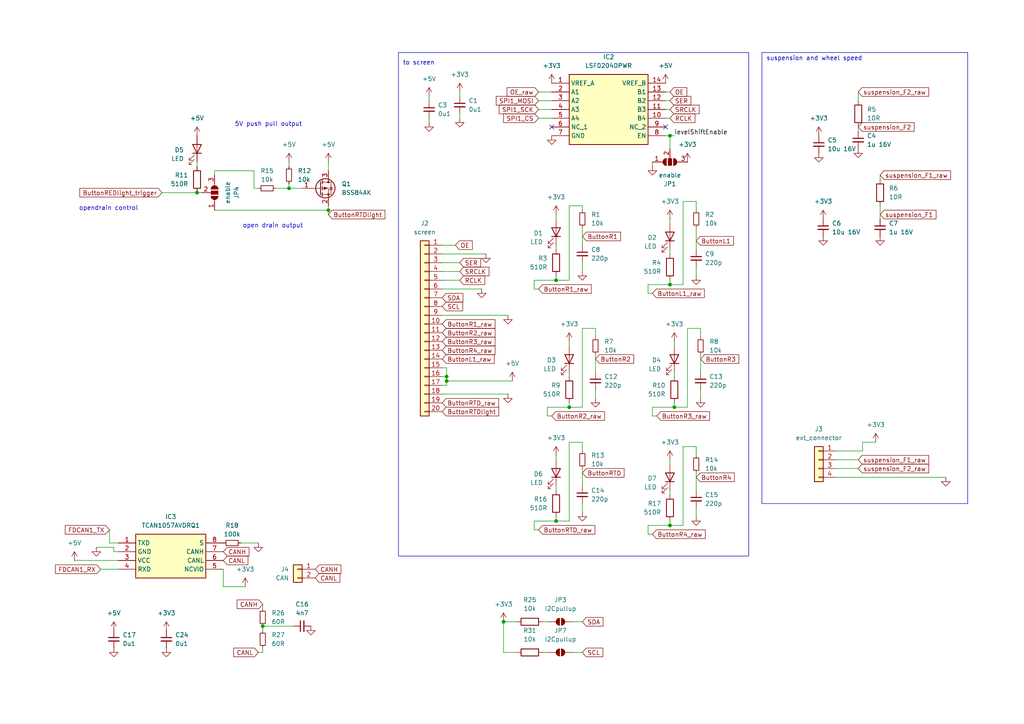
<source format=kicad_sch>
(kicad_sch (version 20231120) (generator "eeschema") (generator_version "8.0")
  (paper "A4")
  (title_block (title "EP5 dashbaord left board") (date "2024-08-07") (rev "4.0") (company "NTURacing") (comment 1 "郭哲明") (comment 2 "electrical group"))
  (lib_symbols
    (symbol "Connector_Generic:Conn_01x02" (pin_names (offset 1.016) hide)
      (property "Reference" "J" (at 0 2.54 0))
      (property "Value" "Conn_01x02" (at 0 -5.08 0))
      (symbol "Conn_01x02_1_1"
        (pin passive line (at -5.08 0 0) (length 3.81) (name "Pin_1") (number "1"))
        (pin passive line (at -5.08 -2.54 0) (length 3.81) (name "Pin_2") (number "2"))
      )
    )
    (symbol "Connector_Generic:Conn_01x04" (pin_names (offset 1.016) hide)
      (property "Reference" "J" (at 0 5.08 0))
      (property "Value" "Conn_01x04" (at 0 -7.62 0))
      (symbol "Conn_01x04_1_1"
        (pin passive line (at -5.08 2.54 0) (length 3.81) (name "Pin_1") (number "1"))
        (pin passive line (at -5.08 0 0) (length 3.81) (name "Pin_2") (number "2"))
        (pin passive line (at -5.08 -2.54 0) (length 3.81) (name "Pin_3") (number "3"))
        (pin passive line (at -5.08 -5.08 0) (length 3.81) (name "Pin_4") (number "4"))
      )
    )
    (symbol "Connector_Generic:Conn_01x20" (pin_names (offset 1.016) hide)
      (property "Reference" "J" (at 0 25.4 0))
      (property "Value" "Conn_01x20" (at 0 -27.94 0))
      (symbol "Conn_01x20_1_1"
        (pin passive line (at -5.08 22.86 0) (length 3.81) (name "Pin_1") (number "1"))
        (pin passive line (at -5.08 0 0) (length 3.81) (name "Pin_10") (number "10"))
        (pin passive line (at -5.08 -2.54 0) (length 3.81) (name "Pin_11") (number "11"))
        (pin passive line (at -5.08 -5.08 0) (length 3.81) (name "Pin_12") (number "12"))
        (pin passive line (at -5.08 -7.62 0) (length 3.81) (name "Pin_13") (number "13"))
        (pin passive line (at -5.08 -10.16 0) (length 3.81) (name "Pin_14") (number "14"))
        (pin passive line (at -5.08 -12.7 0) (length 3.81) (name "Pin_15") (number "15"))
        (pin passive line (at -5.08 -15.24 0) (length 3.81) (name "Pin_16") (number "16"))
        (pin passive line (at -5.08 -17.78 0) (length 3.81) (name "Pin_17") (number "17"))
        (pin passive line (at -5.08 -20.32 0) (length 3.81) (name "Pin_18") (number "18"))
        (pin passive line (at -5.08 -22.86 0) (length 3.81) (name "Pin_19") (number "19"))
        (pin passive line (at -5.08 20.32 0) (length 3.81) (name "Pin_2") (number "2"))
        (pin passive line (at -5.08 -25.4 0) (length 3.81) (name "Pin_20") (number "20"))
        (pin passive line (at -5.08 17.78 0) (length 3.81) (name "Pin_3") (number "3"))
        (pin passive line (at -5.08 15.24 0) (length 3.81) (name "Pin_4") (number "4"))
        (pin passive line (at -5.08 12.7 0) (length 3.81) (name "Pin_5") (number "5"))
        (pin passive line (at -5.08 10.16 0) (length 3.81) (name "Pin_6") (number "6"))
        (pin passive line (at -5.08 7.62 0) (length 3.81) (name "Pin_7") (number "7"))
        (pin passive line (at -5.08 5.08 0) (length 3.81) (name "Pin_8") (number "8"))
        (pin passive line (at -5.08 2.54 0) (length 3.81) (name "Pin_9") (number "9"))
      )
    )
    (symbol "Device:C_Small" (pin_numbers hide) (pin_names (offset 0.254) hide)
      (property "Reference" "C" (at 0.254 1.778 0))
      (property "Value" "C_Small" (at 0.254 -2.032 0))
      (symbol "C_Small_1_1"
        (pin passive line (at 0 2.54 270) (length 2.032) (name "~") (number "1"))
        (pin passive line (at 0 -2.54 90) (length 2.032) (name "~") (number "2"))
      )
    )
    (symbol "Device:LED" (pin_numbers hide) (pin_names (offset 1.016) hide)
      (property "Reference" "D" (at 0 2.54 0))
      (property "Value" "LED" (at 0 -2.54 0))
      (symbol "LED_1_1"
        (pin passive line (at -3.81 0 0) (length 2.54) (name "K") (number "1"))
        (pin passive line (at 3.81 0 180) (length 2.54) (name "A") (number "2"))
      )
    )
    (symbol "Device:Q_PMOS_GSD" (pin_names (offset 0) hide)
      (property "Reference" "Q" (at 5.08 1.27 0))
      (property "Value" "Q_PMOS_GSD" (at 5.08 -1.27 0))
      (symbol "Q_PMOS_GSD_1_1"
        (pin input line (at -5.08 0 0) (length 2.54) (name "G") (number "1"))
        (pin passive line (at 2.54 -5.08 90) (length 2.54) (name "S") (number "2"))
        (pin passive line (at 2.54 5.08 270) (length 2.54) (name "D") (number "3"))
      )
    )
    (symbol "Device:R" (pin_numbers hide) (pin_names (offset 0))
      (property "Reference" "R" (at 2.032 0 90))
      (property "Value" "R" (at 0 0 90))
      (symbol "R_1_1"
        (pin passive line (at 0 3.81 270) (length 1.27) (name "~") (number "1"))
        (pin passive line (at 0 -3.81 90) (length 1.27) (name "~") (number "2"))
      )
    )
    (symbol "Device:R_Small" (pin_numbers hide) (pin_names (offset 0.254) hide)
      (property "Reference" "R" (at 0.762 0.508 0))
      (property "Value" "R_Small" (at 0.762 -1.016 0))
      (symbol "R_Small_1_1"
        (pin passive line (at 0 2.54 270) (length 0.762) (name "~") (number "1"))
        (pin passive line (at 0 -2.54 90) (length 0.762) (name "~") (number "2"))
      )
    )
    (symbol "Jumper:SolderJumper_2_Open" (pin_numbers hide) (pin_names (offset 0) hide) (exclude_from_sim yes) (in_bom no)
      (property "Reference" "JP" (at 0 2.032 0))
      (property "Value" "SolderJumper_2_Open" (at 0 -2.54 0))
      (symbol "SolderJumper_2_Open_1_1"
        (pin passive line (at -3.81 0 0) (length 2.54) (name "A") (number "1"))
        (pin passive line (at 3.81 0 180) (length 2.54) (name "B") (number "2"))
      )
    )
    (symbol "Jumper:SolderJumper_3_Open" (pin_names (offset 0) hide) (exclude_from_sim yes) (in_bom no)
      (property "Reference" "JP" (at -2.54 -2.54 0))
      (property "Value" "SolderJumper_3_Open" (at 0 2.794 0))
      (symbol "SolderJumper_3_Open_1_1"
        (pin passive line (at -5.08 0 0) (length 2.54) (name "A") (number "1"))
        (pin passive line (at 0 -3.81 90) (length 2.54) (name "C") (number "2"))
        (pin passive line (at 5.08 0 180) (length 2.54) (name "B") (number "3"))
      )
    )
    (symbol "SamacSys_Parts:LSF0204DPWR"
      (property "Reference" "IC" (at 29.21 7.62 0))
      (property "Value" "LSF0204DPWR" (at 29.21 5.08 0))
      (symbol "LSF0204DPWR_1_1"
        (pin power_in line (at 0 0 0) (length 5.08) (name "VREF_A") (number "1"))
        (pin bidirectional line (at 33.02 -10.16 180) (length 5.08) (name "B4") (number "10"))
        (pin bidirectional line (at 33.02 -7.62 180) (length 5.08) (name "B3") (number "11"))
        (pin bidirectional line (at 33.02 -5.08 180) (length 5.08) (name "B2") (number "12"))
        (pin bidirectional line (at 33.02 -2.54 180) (length 5.08) (name "B1") (number "13"))
        (pin power_in line (at 33.02 0 180) (length 5.08) (name "VREF_B") (number "14"))
        (pin bidirectional line (at 0 -2.54 0) (length 5.08) (name "A1") (number "2"))
        (pin bidirectional line (at 0 -5.08 0) (length 5.08) (name "A2") (number "3"))
        (pin bidirectional line (at 0 -7.62 0) (length 5.08) (name "A3") (number "4"))
        (pin bidirectional line (at 0 -10.16 0) (length 5.08) (name "A4") (number "5"))
        (pin passive line (at 0 -12.7 0) (length 5.08) (name "NC_1") (number "6"))
        (pin power_in line (at 0 -15.24 0) (length 5.08) (name "GND") (number "7"))
        (pin input line (at 33.02 -15.24 180) (length 5.08) (name "EN") (number "8"))
        (pin passive line (at 33.02 -12.7 180) (length 5.08) (name "NC_2") (number "9"))
      )
    )
    (symbol "SamacSys_Parts:TCAN1057AVDRQ1"
      (property "Reference" "IC" (at 26.67 7.62 0))
      (property "Value" "TCAN1057AVDRQ1" (at 26.67 5.08 0))
      (symbol "TCAN1057AVDRQ1_1_1"
        (pin passive line (at 0 0 0) (length 5.08) (name "TXD") (number "1"))
        (pin passive line (at 0 -2.54 0) (length 5.08) (name "GND") (number "2"))
        (pin passive line (at 0 -5.08 0) (length 5.08) (name "VCC") (number "3"))
        (pin passive line (at 0 -7.62 0) (length 5.08) (name "RXD") (number "4"))
        (pin passive line (at 30.48 -7.62 180) (length 5.08) (name "NCVIO") (number "5"))
        (pin passive line (at 30.48 -5.08 180) (length 5.08) (name "CANL") (number "6"))
        (pin passive line (at 30.48 -2.54 180) (length 5.08) (name "CANH") (number "7"))
        (pin passive line (at 30.48 0 180) (length 5.08) (name "S") (number "8"))
      )
    )
    (symbol "power:+3V3" (power) (pin_numbers hide) (pin_names (offset 0) hide)
      (property "Value" "+3V3" (at 0 3.556 0))
      (symbol "+3V3_1_1"
        (pin power_in line (at 0 0 90) (length 0) (name "~") (number "1"))
      )
    )
    (symbol "power:+5V" (power) (pin_numbers hide) (pin_names (offset 0) hide)
      (property "Value" "+5V" (at 0 3.556 0))
      (symbol "+5V_1_1"
        (pin power_in line (at 0 0 90) (length 0) (name "~") (number "1"))
      )
    )
    (symbol "power:GND" (power) (pin_numbers hide) (pin_names (offset 0) hide)
      (property "Value" "GND" (at 0 -3.81 0))
      (symbol "GND_1_1"
        (pin power_in line (at 0 0 270) (length 0) (name "~") (number "1"))
      )
    )
  )
  (junction (at 76.2 181.61))
  (junction (at 129.54 110.49))
  (junction (at 129.54 109.22))
  (junction (at 161.29 81.28))
  (junction (at 195.58 118.11))
  (junction (at 194.31 39.37))
  (junction (at 161.29 151.13))
  (junction (at 194.31 82.55))
  (junction (at 95.25 60.96))
  (junction (at 57.15 55.88))
  (junction (at 165.1 118.11))
  (junction (at 146.05 180.34))
  (junction (at 83.82 54.61))
  (junction (at 194.31 152.4))
  (no_connect (at 160.02 36.83))
  (no_connect (at 193.04 36.83))
  (wire (pts (xy 194.31 151.13) (xy 194.31 152.4)))
  (wire (pts (xy 187.96 152.4) (xy 194.31 152.4)))
  (wire (pts (xy 168.91 76.2) (xy 168.91 78.74)))
  (wire (pts (xy 83.82 48.26) (xy 83.82 46.99)))
  (wire (pts (xy 172.72 95.25) (xy 168.91 95.25)))
  (wire (pts (xy 73.66 49.53) (xy 62.23 49.53)))
  (wire (pts (xy 194.31 29.21) (xy 193.04 29.21)))
  (wire (pts (xy 242.57 130.81) (xy 250.19 130.81)))
  (wire (pts (xy 195.58 118.11) (xy 199.39 118.11)))
  (wire (pts (xy 161.29 151.13) (xy 165.1 151.13)))
  (wire (pts (xy 165.1 109.22) (xy 165.1 107.95)))
  (wire (pts (xy 203.2 102.87) (xy 203.2 107.95)))
  (wire (pts (xy 21.59 162.56) (xy 34.29 162.56)))
  (wire (pts (xy 168.91 128.27) (xy 168.91 130.81)))
  (wire (pts (xy 201.93 58.42) (xy 201.93 60.96)))
  (wire (pts (xy 158.75 120.65) (xy 158.75 118.11)))
  (wire (pts (xy 194.31 63.5) (xy 194.31 64.77)))
  (wire (pts (xy 128.27 106.68) (xy 129.54 106.68)))
  (wire (pts (xy 128.27 81.28) (xy 133.35 81.28)))
  (wire (pts (xy 124.46 35.56) (xy 124.46 34.29)))
  (wire (pts (xy 128.27 91.44) (xy 147.32 91.44)))
  (wire (pts (xy 128.27 109.22) (xy 129.54 109.22)))
  (wire (pts (xy 168.91 66.04) (xy 168.91 71.12)))
  (wire (pts (xy 157.48 180.34) (xy 158.75 180.34)))
  (wire (pts (xy 194.31 81.28) (xy 194.31 82.55)))
  (wire (pts (xy 165.1 128.27) (xy 165.1 151.13)))
  (wire (pts (xy 168.91 146.05) (xy 168.91 148.59)))
  (wire (pts (xy 154.94 81.28) (xy 161.29 81.28)))
  (wire (pts (xy 95.25 46.99) (xy 95.25 49.53)))
  (wire (pts (xy 187.96 154.94) (xy 187.96 152.4)))
  (wire (pts (xy 195.58 99.06) (xy 195.58 100.33)))
  (wire (pts (xy 242.57 138.43) (xy 274.32 138.43)))
  (wire (pts (xy 201.93 77.47) (xy 201.93 80.01)))
  (wire (pts (xy 161.29 132.08) (xy 161.29 133.35)))
  (wire (pts (xy 194.31 31.75) (xy 193.04 31.75)))
  (wire (pts (xy 31.75 157.48) (xy 34.29 157.48)))
  (wire (pts (xy 168.91 189.23) (xy 166.37 189.23)))
  (wire (pts (xy 161.29 80.01) (xy 161.29 81.28)))
  (wire (pts (xy 242.57 133.35) (xy 248.92 133.35)))
  (wire (pts (xy 168.91 128.27) (xy 165.1 128.27)))
  (wire (pts (xy 195.58 116.84) (xy 195.58 118.11)))
  (wire (pts (xy 194.31 82.55) (xy 198.12 82.55)))
  (wire (pts (xy 80.01 54.61) (xy 83.82 54.61)))
  (wire (pts (xy 194.31 34.29) (xy 193.04 34.29)))
  (wire (pts (xy 146.05 180.34) (xy 149.86 180.34)))
  (wire (pts (xy 76.2 182.88) (xy 76.2 181.61)))
  (wire (pts (xy 203.2 95.25) (xy 199.39 95.25)))
  (wire (pts (xy 128.27 111.76) (xy 129.54 111.76)))
  (wire (pts (xy 189.23 118.11) (xy 195.58 118.11)))
  (wire (pts (xy 31.75 153.67) (xy 31.75 157.48)))
  (wire (pts (xy 148.59 110.49) (xy 129.54 110.49)))
  (wire (pts (xy 161.29 149.86) (xy 161.29 151.13)))
  (wire (pts (xy 83.82 54.61) (xy 83.82 53.34)))
  (wire (pts (xy 168.91 59.69) (xy 165.1 59.69)))
  (wire (pts (xy 161.29 142.24) (xy 161.29 140.97)))
  (wire (pts (xy 248.92 26.67) (xy 248.92 29.21)))
  (wire (pts (xy 201.93 129.54) (xy 201.93 132.08)))
  (wire (pts (xy 165.1 116.84) (xy 165.1 118.11)))
  (wire (pts (xy 189.23 46.99) (xy 189.23 48.26)))
  (wire (pts (xy 33.02 158.75) (xy 33.02 160.02)))
  (wire (pts (xy 71.12 170.18) (xy 64.77 170.18)))
  (wire (pts (xy 140.97 73.66) (xy 128.27 73.66)))
  (wire (pts (xy 128.27 78.74) (xy 133.35 78.74)))
  (wire (pts (xy 76.2 189.23) (xy 76.2 187.96)))
  (wire (pts (xy 161.29 72.39) (xy 161.29 71.12)))
  (wire (pts (xy 187.96 85.09) (xy 187.96 82.55)))
  (wire (pts (xy 190.5 120.65) (xy 189.23 120.65)))
  (wire (pts (xy 64.77 170.18) (xy 64.77 165.1)))
  (wire (pts (xy 172.72 95.25) (xy 172.72 97.79)))
  (wire (pts (xy 128.27 76.2) (xy 133.35 76.2)))
  (wire (pts (xy 154.94 151.13) (xy 161.29 151.13)))
  (wire (pts (xy 27.94 158.75) (xy 33.02 158.75)))
  (wire (pts (xy 201.93 129.54) (xy 198.12 129.54)))
  (wire (pts (xy 250.19 128.27) (xy 254 128.27)))
  (wire (pts (xy 201.93 147.32) (xy 201.93 149.86)))
  (wire (pts (xy 198.12 58.42) (xy 198.12 82.55)))
  (wire (pts (xy 29.21 165.1) (xy 34.29 165.1)))
  (wire (pts (xy 194.31 133.35) (xy 194.31 134.62)))
  (wire (pts (xy 194.31 26.67) (xy 193.04 26.67)))
  (wire (pts (xy 154.94 153.67) (xy 154.94 151.13)))
  (wire (pts (xy 198.12 129.54) (xy 198.12 152.4)))
  (wire (pts (xy 160.02 120.65) (xy 158.75 120.65)))
  (wire (pts (xy 172.72 102.87) (xy 172.72 107.95)))
  (wire (pts (xy 255.27 59.69) (xy 255.27 63.5)))
  (wire (pts (xy 168.91 59.69) (xy 168.91 60.96)))
  (wire (pts (xy 156.21 26.67) (xy 160.02 26.67)))
  (wire (pts (xy 33.02 160.02) (xy 34.29 160.02)))
  (wire (pts (xy 73.66 49.53) (xy 73.66 54.61)))
  (wire (pts (xy 194.31 73.66) (xy 194.31 72.39)))
  (wire (pts (xy 158.75 118.11) (xy 165.1 118.11)))
  (wire (pts (xy 129.54 111.76) (xy 129.54 110.49)))
  (wire (pts (xy 168.91 135.89) (xy 168.91 140.97)))
  (wire (pts (xy 57.15 46.99) (xy 57.15 48.26)))
  (wire (pts (xy 133.35 34.29) (xy 133.35 33.02)))
  (wire (pts (xy 147.32 114.3) (xy 128.27 114.3)))
  (wire (pts (xy 242.57 135.89) (xy 248.92 135.89)))
  (wire (pts (xy 199.39 95.25) (xy 199.39 118.11)))
  (wire (pts (xy 156.21 31.75) (xy 160.02 31.75)))
  (wire (pts (xy 165.1 99.06) (xy 165.1 100.33)))
  (wire (pts (xy 57.15 55.88) (xy 58.42 55.88)))
  (wire (pts (xy 85.09 181.61) (xy 76.2 181.61)))
  (wire (pts (xy 250.19 130.81) (xy 250.19 128.27)))
  (wire (pts (xy 195.58 109.22) (xy 195.58 107.95)))
  (wire (pts (xy 62.23 60.96) (xy 95.25 60.96)))
  (wire (pts (xy 133.35 26.67) (xy 133.35 27.94)))
  (wire (pts (xy 203.2 95.25) (xy 203.2 97.79)))
  (wire (pts (xy 124.46 27.94) (xy 124.46 29.21)))
  (wire (pts (xy 128.27 83.82) (xy 139.7 83.82)))
  (wire (pts (xy 203.2 113.03) (xy 203.2 115.57)))
  (wire (pts (xy 161.29 62.23) (xy 161.29 63.5)))
  (wire (pts (xy 69.85 157.48) (xy 74.93 157.48)))
  (wire (pts (xy 194.31 39.37) (xy 193.04 39.37)))
  (wire (pts (xy 129.54 109.22) (xy 129.54 110.49)))
  (wire (pts (xy 172.72 113.03) (xy 172.72 115.57)))
  (wire (pts (xy 201.93 66.04) (xy 201.93 72.39)))
  (wire (pts (xy 156.21 153.67) (xy 154.94 153.67)))
  (wire (pts (xy 189.23 85.09) (xy 187.96 85.09)))
  (wire (pts (xy 194.31 152.4) (xy 198.12 152.4)))
  (wire (pts (xy 255.27 50.8) (xy 255.27 52.07)))
  (wire (pts (xy 146.05 180.34) (xy 146.05 189.23)))
  (wire (pts (xy 146.05 189.23) (xy 149.86 189.23)))
  (wire (pts (xy 189.23 120.65) (xy 189.23 118.11)))
  (wire (pts (xy 46.99 55.88) (xy 57.15 55.88)))
  (wire (pts (xy 201.93 137.16) (xy 201.93 142.24)))
  (wire (pts (xy 201.93 58.42) (xy 198.12 58.42)))
  (wire (pts (xy 74.93 189.23) (xy 76.2 189.23)))
  (wire (pts (xy 128.27 71.12) (xy 132.08 71.12)))
  (wire (pts (xy 168.91 95.25) (xy 168.91 118.11)))
  (wire (pts (xy 95.25 62.23) (xy 95.25 60.96)))
  (wire (pts (xy 165.1 59.69) (xy 165.1 81.28)))
  (wire (pts (xy 156.21 34.29) (xy 160.02 34.29)))
  (wire (pts (xy 194.31 39.37) (xy 194.31 43.18)))
  (wire (pts (xy 194.31 143.51) (xy 194.31 142.24)))
  (wire (pts (xy 165.1 118.11) (xy 168.91 118.11)))
  (wire (pts (xy 194.31 39.37) (xy 195.58 39.37)))
  (wire (pts (xy 158.75 189.23) (xy 157.48 189.23)))
  (wire (pts (xy 154.94 83.82) (xy 154.94 81.28)))
  (wire (pts (xy 87.63 54.61) (xy 83.82 54.61)))
  (wire (pts (xy 187.96 82.55) (xy 194.31 82.55)))
  (wire (pts (xy 62.23 49.53) (xy 62.23 50.8)))
  (wire (pts (xy 189.23 154.94) (xy 187.96 154.94)))
  (wire (pts (xy 166.37 180.34) (xy 168.91 180.34)))
  (wire (pts (xy 156.21 29.21) (xy 160.02 29.21)))
  (wire (pts (xy 161.29 81.28) (xy 165.1 81.28)))
  (wire (pts (xy 73.66 54.61) (xy 74.93 54.61)))
  (wire (pts (xy 129.54 106.68) (xy 129.54 109.22)))
  (wire (pts (xy 248.92 36.83) (xy 248.92 38.1)))
  (wire (pts (xy 76.2 175.26) (xy 76.2 176.53)))
  (wire (pts (xy 95.25 60.96) (xy 95.25 59.69)))
  (wire (pts (xy 156.21 83.82) (xy 154.94 83.82)))
  (rectangle (start 220.98 15.24) (end 280.67 146.05))
  (rectangle (start 115.57 15.24) (end 217.17 161.29))
  (text "suspension and wheel speed" (at 222.25 17.78 0) (effects (font (size 1.27 1.27)) (justify left bottom)))
  (text "open drain output" (at 70.358 66.294 0) (effects (font (size 1.27 1.27)) (justify left bottom)))
  (text "opendrain control" (at 40.132 61.214 0) (effects (font (size 1.27 1.27)) (justify right bottom)))
  (text "to screen" (at 116.84 19.05 0) (effects (font (size 1.27 1.27)) (justify left bottom)))
  (text "5V push pull output" (at 68.072 36.83 0) (effects (font (size 1.27 1.27)) (justify left bottom)))
  (label "levelShiftEnable" (at 195.58 39.37 0))
  (global_label "ButtonR4_raw" (shape input) (at 189.23 154.94 0) (property "Intersheetrefs" "${INTERSHEET_REFS}" (effects (hide yes))))
  (global_label "CANL" (shape input) (at 91.44 167.64 0) (property "Intersheetrefs" "${INTERSHEET_REFS}" (effects (hide yes))))
  (global_label "ButtonR3_raw" (shape input) (at 190.5 120.65 0) (property "Intersheetrefs" "${INTERSHEET_REFS}" (effects (hide yes))))
  (global_label "suspension_F1_raw" (shape input) (at 255.27 50.8 0) (property "Intersheetrefs" "${INTERSHEET_REFS}" (effects (hide yes))))
  (global_label "SCL" (shape input) (at 168.91 189.23 0) (property "Intersheetrefs" "${INTERSHEET_REFS}" (effects (hide yes))))
  (global_label "FDCAN1_TX" (shape input) (at 31.75 153.67 180) (property "Intersheetrefs" "${INTERSHEET_REFS}" (effects (hide yes))))
  (global_label "ButtonR2_raw" (shape input) (at 128.27 96.52 0) (property "Intersheetrefs" "${INTERSHEET_REFS}" (effects (hide yes))))
  (global_label "ButtonREDlight_trigger" (shape input) (at 46.99 55.88 180) (property "Intersheetrefs" "${INTERSHEET_REFS}" (effects (hide yes))))
  (global_label "ButtonR1" (shape input) (at 168.91 68.58 0) (property "Intersheetrefs" "${INTERSHEET_REFS}" (effects (hide yes))))
  (global_label "ButtonR4" (shape input) (at 201.93 138.43 0) (property "Intersheetrefs" "${INTERSHEET_REFS}" (effects (hide yes))))
  (global_label "SDA" (shape input) (at 168.91 180.34 0) (property "Intersheetrefs" "${INTERSHEET_REFS}" (effects (hide yes))))
  (global_label "SPI1_CS" (shape input) (at 156.21 34.29 180) (property "Intersheetrefs" "${INTERSHEET_REFS}" (effects (hide yes))))
  (global_label "ButtonR1_raw" (shape input) (at 156.21 83.82 0) (property "Intersheetrefs" "${INTERSHEET_REFS}" (effects (hide yes))))
  (global_label "FDCAN1_RX" (shape input) (at 29.21 165.1 180) (property "Intersheetrefs" "${INTERSHEET_REFS}" (effects (hide yes))))
  (global_label "ButtonL1" (shape input) (at 201.93 69.85 0) (property "Intersheetrefs" "${INTERSHEET_REFS}" (effects (hide yes))))
  (global_label "ButtonL1_raw" (shape input) (at 189.23 85.09 0) (property "Intersheetrefs" "${INTERSHEET_REFS}" (effects (hide yes))))
  (global_label "suspension_F2_raw" (shape input) (at 248.92 26.67 0) (property "Intersheetrefs" "${INTERSHEET_REFS}" (effects (hide yes))))
  (global_label "suspension_F1_raw" (shape input) (at 248.92 133.35 0) (property "Intersheetrefs" "${INTERSHEET_REFS}" (effects (hide yes))))
  (global_label "ButtonR3" (shape input) (at 203.2 104.14 0) (property "Intersheetrefs" "${INTERSHEET_REFS}" (effects (hide yes))))
  (global_label "RCLK" (shape input) (at 133.35 81.28 0) (property "Intersheetrefs" "${INTERSHEET_REFS}" (effects (hide yes))))
  (global_label "ButtonRTD_raw" (shape input) (at 156.21 153.67 0) (property "Intersheetrefs" "${INTERSHEET_REFS}" (effects (hide yes))))
  (global_label "CANL" (shape input) (at 74.93 189.23 180) (property "Intersheetrefs" "${INTERSHEET_REFS}" (effects (hide yes))))
  (global_label "CANH" (shape input) (at 91.44 165.1 0) (property "Intersheetrefs" "${INTERSHEET_REFS}" (effects (hide yes))))
  (global_label "ButtonL1_raw" (shape input) (at 128.27 104.14 0) (property "Intersheetrefs" "${INTERSHEET_REFS}" (effects (hide yes))))
  (global_label "CANL" (shape input) (at 64.77 162.56 0) (property "Intersheetrefs" "${INTERSHEET_REFS}" (effects (hide yes))))
  (global_label "ButtonRTDlight" (shape input) (at 95.25 62.23 0) (property "Intersheetrefs" "${INTERSHEET_REFS}" (effects (hide yes))))
  (global_label "ButtonR2" (shape input) (at 172.72 104.1241 0) (property "Intersheetrefs" "${INTERSHEET_REFS}" (effects (hide yes))))
  (global_label "ButtonR3_raw" (shape input) (at 128.27 99.06 0) (property "Intersheetrefs" "${INTERSHEET_REFS}" (effects (hide yes))))
  (global_label "CANH" (shape input) (at 64.77 160.02 0) (property "Intersheetrefs" "${INTERSHEET_REFS}" (effects (hide yes))))
  (global_label "SDA" (shape input) (at 128.27 86.36 0) (property "Intersheetrefs" "${INTERSHEET_REFS}" (effects (hide yes))))
  (global_label "SPI1_SCK" (shape input) (at 156.21 31.75 180) (property "Intersheetrefs" "${INTERSHEET_REFS}" (effects (hide yes))))
  (global_label "SRCLK" (shape input) (at 194.31 31.75 0) (property "Intersheetrefs" "${INTERSHEET_REFS}" (effects (hide yes))))
  (global_label "ButtonR4_raw" (shape input) (at 128.27 101.6 0) (property "Intersheetrefs" "${INTERSHEET_REFS}" (effects (hide yes))))
  (global_label "OE_raw" (shape input) (at 156.21 26.67 180) (property "Intersheetrefs" "${INTERSHEET_REFS}" (effects (hide yes))))
  (global_label "SPI1_MOSI" (shape input) (at 156.21 29.21 180) (property "Intersheetrefs" "${INTERSHEET_REFS}" (effects (hide yes))))
  (global_label "suspension_F1" (shape input) (at 255.27 62.23 0) (property "Intersheetrefs" "${INTERSHEET_REFS}" (effects (hide yes))))
  (global_label "SCL" (shape input) (at 128.27 88.9 0) (property "Intersheetrefs" "${INTERSHEET_REFS}" (effects (hide yes))))
  (global_label "OE" (shape input) (at 194.31 26.67 0) (property "Intersheetrefs" "${INTERSHEET_REFS}" (effects (hide yes))))
  (global_label "ButtonRTD" (shape input) (at 168.91 137.16 0) (property "Intersheetrefs" "${INTERSHEET_REFS}" (effects (hide yes))))
  (global_label "OE" (shape input) (at 132.08 71.12 0) (property "Intersheetrefs" "${INTERSHEET_REFS}" (effects (hide yes))))
  (global_label "ButtonR1_raw" (shape input) (at 128.27 93.98 0) (property "Intersheetrefs" "${INTERSHEET_REFS}" (effects (hide yes))))
  (global_label "CANH" (shape input) (at 76.2 175.26 180) (property "Intersheetrefs" "${INTERSHEET_REFS}" (effects (hide yes))))
  (global_label "SER" (shape input) (at 133.35 76.2 0) (property "Intersheetrefs" "${INTERSHEET_REFS}" (effects (hide yes))))
  (global_label "ButtonRTDlight" (shape input) (at 128.27 119.38 0) (property "Intersheetrefs" "${INTERSHEET_REFS}" (effects (hide yes))))
  (global_label "SRCLK" (shape input) (at 133.35 78.74 0) (property "Intersheetrefs" "${INTERSHEET_REFS}" (effects (hide yes))))
  (global_label "RCLK" (shape input) (at 194.31 34.29 0) (property "Intersheetrefs" "${INTERSHEET_REFS}" (effects (hide yes))))
  (global_label "ButtonR2_raw" (shape input) (at 160.02 120.65 0) (property "Intersheetrefs" "${INTERSHEET_REFS}" (effects (hide yes))))
  (global_label "SER" (shape input) (at 194.31 29.21 0) (property "Intersheetrefs" "${INTERSHEET_REFS}" (effects (hide yes))))
  (global_label "suspension_F2" (shape input) (at 248.92 36.83 0) (property "Intersheetrefs" "${INTERSHEET_REFS}" (effects (hide yes))))
  (global_label "ButtonRTD_raw" (shape input) (at 128.27 116.84 0) (property "Intersheetrefs" "${INTERSHEET_REFS}" (effects (hide yes))))
  (global_label "suspension_F2_raw" (shape input) (at 248.92 135.89 0) (property "Intersheetrefs" "${INTERSHEET_REFS}" (effects (hide yes))))
  (symbol (lib_id "Device:R") (at 153.67 189.23 90) (unit 1)
    (property "Reference" "R31" (at 153.67 182.88 90))
    (property "Value" "10k" (at 153.67 185.42 90))
    (property "Footprint" "Resistor_SMD:R_0603_1608Metric" (effects (hide yes)))
    (property "Description" "Resistor" (effects (hide yes)))
  )
  (symbol (lib_id "power:+3V3") (at 238.76 63.5 0) (mirror y) (unit 1)
    (property "Reference" "#PWR021" (effects (hide yes)))
    (property "Value" "+3V3" (at 238.76 58.42 0))
    (property "Description" "Power symbol creates a global label with name \"+3V3\"" (effects (hide yes)))
  )
  (symbol (lib_id "power:GND") (at 124.46 35.56 0) (unit 1)
    (property "Reference" "#PWR011" (effects (hide yes)))
    (property "Value" "GND" (effects (hide yes)))
    (property "Description" "Power symbol creates a global label with name \"GND\" , ground" (effects (hide yes)))
  )
  (symbol (lib_id "power:GND") (at 90.17 181.61 0) (unit 1)
    (property "Reference" "#PWR077" (effects (hide yes)))
    (property "Value" "GND" (effects (hide yes)))
    (property "Description" "Power symbol creates a global label with name \"GND\" , ground" (effects (hide yes)))
  )
  (symbol (lib_id "Device:LED") (at 57.15 43.18 270) (mirror x) (unit 1)
    (property "Reference" "D5" (at 53.34 43.4975 90) (effects (justify right)))
    (property "Value" "LED" (at 53.34 46.0375 90) (effects (justify right)))
    (property "Footprint" "LED_SMD:LED_0603_1608Metric" (effects (hide yes)))
    (property "Description" "Light emitting diode" (effects (hide yes)))
  )
  (symbol (lib_id "power:GND") (at 48.26 187.96 0) (unit 1)
    (property "Reference" "#PWR090" (effects (hide yes)))
    (property "Value" "GND" (effects (hide yes)))
    (property "Description" "Power symbol creates a global label with name \"GND\" , ground" (effects (hide yes)))
  )
  (symbol (lib_id "Device:C_Small") (at 172.72 110.49 0) (unit 1)
    (property "Reference" "C12" (at 175.26 109.2263 0) (effects (justify left)))
    (property "Value" "220p" (at 175.26 111.7663 0) (effects (justify left)))
    (property "Footprint" "Capacitor_SMD:C_0603_1608Metric" (effects (hide yes)))
    (property "Description" "Unpolarized capacitor, small symbol" (effects (hide yes)))
  )
  (symbol (lib_id "Device:LED") (at 165.1 104.14 270) (mirror x) (unit 1)
    (property "Reference" "D3" (at 161.29 104.4575 90) (effects (justify right)))
    (property "Value" "LED" (at 161.29 106.9975 90) (effects (justify right)))
    (property "Footprint" "LED_SMD:LED_0603_1608Metric" (effects (hide yes)))
    (property "Description" "Light emitting diode" (effects (hide yes)))
  )
  (symbol (lib_id "power:GND") (at 160.02 39.37 0) (unit 1)
    (property "Reference" "#PWR012" (effects (hide yes)))
    (property "Value" "GND" (effects (hide yes)))
    (property "Description" "Power symbol creates a global label with name \"GND\" , ground" (effects (hide yes)))
  )
  (symbol (lib_id "power:GND") (at 248.92 43.18 0) (mirror y) (unit 1)
    (property "Reference" "#PWR015" (effects (hide yes)))
    (property "Value" "GND" (effects (hide yes)))
    (property "Description" "Power symbol creates a global label with name \"GND\" , ground" (effects (hide yes)))
  )
  (symbol (lib_id "Device:R") (at 153.67 180.34 90) (unit 1)
    (property "Reference" "R25" (at 153.67 173.99 90))
    (property "Value" "10k" (at 153.67 176.53 90))
    (property "Footprint" "Resistor_SMD:R_0603_1608Metric" (effects (hide yes)))
    (property "Description" "Resistor" (effects (hide yes)))
  )
  (symbol (lib_id "power:GND") (at 168.91 148.59 0) (unit 1)
    (property "Reference" "#PWR061" (effects (hide yes)))
    (property "Value" "GND" (effects (hide yes)))
    (property "Description" "Power symbol creates a global label with name \"GND\" , ground" (effects (hide yes)))
  )
  (symbol (lib_id "power:GND") (at 168.91 78.74 0) (unit 1)
    (property "Reference" "#PWR025" (effects (hide yes)))
    (property "Value" "GND" (effects (hide yes)))
    (property "Description" "Power symbol creates a global label with name \"GND\" , ground" (effects (hide yes)))
  )
  (symbol (lib_id "Device:LED") (at 161.29 67.31 270) (mirror x) (unit 1)
    (property "Reference" "D1" (at 157.48 67.6275 90) (effects (justify right)))
    (property "Value" "LED" (at 157.48 70.1675 90) (effects (justify right)))
    (property "Footprint" "LED_SMD:LED_0603_1608Metric" (effects (hide yes)))
    (property "Description" "Light emitting diode" (effects (hide yes)))
  )
  (symbol (lib_id "Device:C_Small") (at 237.49 41.91 0) (unit 1)
    (property "Reference" "C5" (at 240.03 40.6463 0) (effects (justify left)))
    (property "Value" "10u 16V" (at 240.03 43.1863 0) (effects (justify left)))
    (property "Footprint" "Capacitor_SMD:C_0805_2012Metric" (effects (hide yes)))
    (property "Description" "Unpolarized capacitor, small symbol" (effects (hide yes)))
  )
  (symbol (lib_id "power:GND") (at 27.94 158.75 0) (unit 1)
    (property "Reference" "#PWR073" (effects (hide yes)))
    (property "Value" "GND" (effects (hide yes)))
    (property "Description" "Power symbol creates a global label with name \"GND\" , ground" (effects (hide yes)))
  )
  (symbol (lib_id "Device:R_Small") (at 168.91 63.5 0) (unit 1)
    (property "Reference" "R1" (at 171.45 62.23 0) (effects (justify left)))
    (property "Value" "10k" (at 171.45 64.77 0) (effects (justify left)))
    (property "Footprint" "Resistor_SMD:R_0603_1608Metric" (effects (hide yes)))
    (property "Description" "Resistor, small symbol" (effects (hide yes)))
  )
  (symbol (lib_id "Device:R") (at 248.92 33.02 0) (unit 1)
    (property "Reference" "R5" (at 251.46 31.75 0) (effects (justify left)))
    (property "Value" "10R" (at 251.46 34.29 0) (effects (justify left)))
    (property "Footprint" "Resistor_SMD:R_0603_1608Metric" (effects (hide yes)))
    (property "Description" "Resistor" (effects (hide yes)))
  )
  (symbol (lib_id "power:+3V3") (at 146.05 180.34 0) (unit 1)
    (property "Reference" "#PWR076" (effects (hide yes)))
    (property "Value" "+3V3" (at 146.05 175.26 0))
    (property "Description" "Power symbol creates a global label with name \"+3V3\"" (effects (hide yes)))
  )
  (symbol (lib_id "Device:R_Small") (at 67.31 157.48 270) (unit 1)
    (property "Reference" "R18" (at 67.31 152.4 90))
    (property "Value" "100k" (at 67.31 154.94 90))
    (property "Footprint" "Resistor_SMD:R_0603_1608Metric" (effects (hide yes)))
    (property "Description" "Resistor, small symbol" (effects (hide yes)))
  )
  (symbol (lib_id "Device:R_Small") (at 201.93 134.62 0) (unit 1)
    (property "Reference" "R14" (at 204.47 133.35 0) (effects (justify left)))
    (property "Value" "10k" (at 204.47 135.89 0) (effects (justify left)))
    (property "Footprint" "Resistor_SMD:R_0603_1608Metric" (effects (hide yes)))
    (property "Description" "Resistor, small symbol" (effects (hide yes)))
  )
  (symbol (lib_id "Device:LED") (at 195.58 104.14 270) (mirror x) (unit 1)
    (property "Reference" "D4" (at 191.77 104.4575 90) (effects (justify right)))
    (property "Value" "LED" (at 191.77 106.9975 90) (effects (justify right)))
    (property "Footprint" "LED_SMD:LED_0603_1608Metric" (effects (hide yes)))
    (property "Description" "Light emitting diode" (effects (hide yes)))
  )
  (symbol (lib_id "Connector_Generic:Conn_01x04") (at 237.49 133.35 0) (mirror y) (unit 1)
    (property "Reference" "J3" (at 237.49 124.46 0))
    (property "Value" "ext_connector" (at 237.49 127 0))
    (property "Footprint" "Connector_JST:JST_XH_S4B-XH-A_1x04_P2.50mm_Horizontal" (effects (hide yes)))
    (property "Description" "Generic connector, single row, 01x04, script generated (kicad-library-utils/schlib/autogen/connector/)" (effects (hide yes)))
  )
  (symbol (lib_id "power:+5V") (at 95.25 46.99 0) (unit 1)
    (property "Reference" "#PWR053" (effects (hide yes)))
    (property "Value" "+5V" (at 95.25 41.91 0))
    (property "Description" "Power symbol creates a global label with name \"+5V\"" (effects (hide yes)))
  )
  (symbol (lib_id "power:GND") (at 255.27 68.58 0) (mirror y) (unit 1)
    (property "Reference" "#PWR023" (effects (hide yes)))
    (property "Value" "GND" (effects (hide yes)))
    (property "Description" "Power symbol creates a global label with name \"GND\" , ground" (effects (hide yes)))
  )
  (symbol (lib_id "power:GND") (at 274.32 138.43 0) (unit 1)
    (property "Reference" "#PWR054" (effects (hide yes)))
    (property "Value" "GND" (effects (hide yes)))
    (property "Description" "Power symbol creates a global label with name \"GND\" , ground" (effects (hide yes)))
  )
  (symbol (lib_id "power:+5V") (at 193.04 24.13 0) (unit 1)
    (property "Reference" "#PWR02" (effects (hide yes)))
    (property "Value" "+5V" (at 193.04 19.05 0))
    (property "Description" "Power symbol creates a global label with name \"+5V\"" (effects (hide yes)))
  )
  (symbol (lib_id "power:GND") (at 33.02 187.96 0) (unit 1)
    (property "Reference" "#PWR080" (effects (hide yes)))
    (property "Value" "GND" (effects (hide yes)))
    (property "Description" "Power symbol creates a global label with name \"GND\" , ground" (effects (hide yes)))
  )
  (symbol (lib_id "Device:R") (at 161.29 146.05 0) (mirror y) (unit 1)
    (property "Reference" "R16" (at 158.75 144.78 0) (effects (justify left)))
    (property "Value" "510R" (at 158.75 147.32 0) (effects (justify left)))
    (property "Footprint" "Resistor_SMD:R_0603_1608Metric" (effects (hide yes)))
    (property "Description" "Resistor" (effects (hide yes)))
  )
  (symbol (lib_id "power:+3V3") (at 160.02 24.13 0) (unit 1)
    (property "Reference" "#PWR01" (effects (hide yes)))
    (property "Value" "+3V3" (at 160.02 19.05 0))
    (property "Description" "Power symbol creates a global label with name \"+3V3\"" (effects (hide yes)))
  )
  (symbol (lib_id "power:+3V3") (at 254 128.27 0) (unit 1)
    (property "Reference" "#PWR060" (effects (hide yes)))
    (property "Value" "+3V3" (at 254 123.19 0))
    (property "Description" "Power symbol creates a global label with name \"+3V3\"" (effects (hide yes)))
  )
  (symbol (lib_id "Device:R_Small") (at 201.93 63.5 0) (unit 1)
    (property "Reference" "R2" (at 204.47 62.23 0) (effects (justify left)))
    (property "Value" "10k" (at 204.47 64.77 0) (effects (justify left)))
    (property "Footprint" "Resistor_SMD:R_0603_1608Metric" (effects (hide yes)))
    (property "Description" "Resistor, small symbol" (effects (hide yes)))
  )
  (symbol (lib_id "power:GND") (at 201.93 80.01 0) (unit 1)
    (property "Reference" "#PWR026" (effects (hide yes)))
    (property "Value" "GND" (effects (hide yes)))
    (property "Description" "Power symbol creates a global label with name \"GND\" , ground" (effects (hide yes)))
  )
  (symbol (lib_id "power:GND") (at 172.72 115.57 0) (unit 1)
    (property "Reference" "#PWR039" (effects (hide yes)))
    (property "Value" "GND" (effects (hide yes)))
    (property "Description" "Power symbol creates a global label with name \"GND\" , ground" (effects (hide yes)))
  )
  (symbol (lib_id "Device:C_Small") (at 201.93 74.93 0) (unit 1)
    (property "Reference" "C9" (at 204.47 73.6663 0) (effects (justify left)))
    (property "Value" "220p" (at 204.47 76.2063 0) (effects (justify left)))
    (property "Footprint" "Capacitor_SMD:C_0603_1608Metric" (effects (hide yes)))
    (property "Description" "Unpolarized capacitor, small symbol" (effects (hide yes)))
  )
  (symbol (lib_id "Device:R") (at 165.1 113.03 0) (mirror y) (unit 1)
    (property "Reference" "R9" (at 162.56 111.76 0) (effects (justify left)))
    (property "Value" "510R" (at 162.56 114.3 0) (effects (justify left)))
    (property "Footprint" "Resistor_SMD:R_0603_1608Metric" (effects (hide yes)))
    (property "Description" "Resistor" (effects (hide yes)))
  )
  (symbol (lib_id "Device:C_Small") (at 168.91 73.66 0) (unit 1)
    (property "Reference" "C8" (at 171.45 72.3963 0) (effects (justify left)))
    (property "Value" "220p" (at 171.45 74.9363 0) (effects (justify left)))
    (property "Footprint" "Capacitor_SMD:C_0603_1608Metric" (effects (hide yes)))
    (property "Description" "Unpolarized capacitor, small symbol" (effects (hide yes)))
  )
  (symbol (lib_id "Jumper:SolderJumper_3_Open") (at 62.23 55.88 270) (mirror x) (unit 1)
    (property "Reference" "JP4" (at 68.58 55.88 0))
    (property "Value" "enable" (at 66.04 55.88 0))
    (property "Footprint" "Jumper:SolderJumper-3_P1.3mm_Open_RoundedPad1.0x1.5mm" (effects (hide yes)))
    (property "Description" "Solder Jumper, 3-pole, open" (effects (hide yes)))
  )
  (symbol (lib_id "Jumper:SolderJumper_3_Open") (at 194.31 46.99 0) (mirror x) (unit 1)
    (property "Reference" "JP1" (at 194.31 53.34 0))
    (property "Value" "enable" (at 194.31 50.8 0))
    (property "Footprint" "Jumper:SolderJumper-3_P1.3mm_Open_Pad1.0x1.5mm" (effects (hide yes)))
    (property "Description" "Solder Jumper, 3-pole, open" (effects (hide yes)))
  )
  (symbol (lib_id "Device:Q_PMOS_GSD") (at 92.71 54.61 0) (unit 1)
    (property "Reference" "Q1" (at 99.06 53.34 0) (effects (justify left)))
    (property "Value" "BSS84AK" (at 99.06 55.88 0) (effects (justify left)))
    (property "Footprint" "Package_TO_SOT_SMD:SOT-23-3" (effects (hide yes)))
    (property "Description" "P-MOSFET transistor, gate/source/drain" (effects (hide yes)))
  )
  (symbol (lib_id "Connector_Generic:Conn_01x20") (at 123.19 93.98 0) (mirror y) (unit 1)
    (property "Reference" "J2" (at 123.19 64.77 0))
    (property "Value" "screen" (at 123.19 67.31 0))
    (property "Footprint" "Connector_IDC:IDC-Header_2x10_P2.54mm_Vertical" (effects (hide yes)))
    (property "Description" "Generic connector, single row, 01x20, script generated (kicad-library-utils/schlib/autogen/connector/)" (effects (hide yes)))
  )
  (symbol (lib_id "Device:R") (at 195.58 113.03 0) (mirror y) (unit 1)
    (property "Reference" "R10" (at 193.04 111.76 0) (effects (justify left)))
    (property "Value" "510R" (at 193.04 114.3 0) (effects (justify left)))
    (property "Footprint" "Resistor_SMD:R_0603_1608Metric" (effects (hide yes)))
    (property "Description" "Resistor" (effects (hide yes)))
  )
  (symbol (lib_id "power:GND") (at 140.97 73.66 0) (unit 1)
    (property "Reference" "#PWR024" (effects (hide yes)))
    (property "Value" "GND" (effects (hide yes)))
    (property "Description" "Power symbol creates a global label with name \"GND\" , ground" (effects (hide yes)))
  )
  (symbol (lib_id "Device:R_Small") (at 76.2 185.42 180) (unit 1)
    (property "Reference" "R27" (at 78.74 184.15 0) (effects (justify right)))
    (property "Value" "60R" (at 78.74 186.69 0) (effects (justify right)))
    (property "Footprint" "Resistor_SMD:R_0603_1608Metric" (effects (hide yes)))
    (property "Description" "Resistor, small symbol" (effects (hide yes)))
  )
  (symbol (lib_id "Device:R") (at 194.31 147.32 0) (mirror y) (unit 1)
    (property "Reference" "R17" (at 191.77 146.05 0) (effects (justify left)))
    (property "Value" "510R" (at 191.77 148.59 0) (effects (justify left)))
    (property "Footprint" "Resistor_SMD:R_0603_1608Metric" (effects (hide yes)))
    (property "Description" "Resistor" (effects (hide yes)))
  )
  (symbol (lib_id "SamacSys_Parts:LSF0204DPWR") (at 160.02 24.13 0) (unit 1)
    (property "Reference" "IC2" (at 176.53 16.51 0))
    (property "Value" "LSF0204DPWR" (at 176.53 19.05 0))
    (property "Footprint" "SamacSys_Parts:SOP65P640X120-14N" (effects (hide yes)))
    (property "Datasheet" "http://www.ti.com/lit/gpn/lsf0204d" (effects (hide yes)))
    (property "Description" "4-Bit Bidirectional Multi-Voltage Level Translator for Open-Drain & Push-Pull" (effects (hide yes)))
    (property "Height" "1.2" (effects (hide yes)))
    (property "Mouser Part Number" "595-LSF0204DPWR" (effects (hide yes)))
    (property "Mouser Price/Stock" "https://www.mouser.co.uk/ProductDetail/Texas-Instruments/LSF0204DPWR?qs=ADSrZYdIRCcP9%252B%2FUL5YMBQ%3D%3D" (effects (hide yes)))
    (property "Manufacturer_Name" "Texas Instruments" (effects (hide yes)))
    (property "Manufacturer_Part_Number" "LSF0204DPWR" (effects (hide yes)))
  )
  (symbol (lib_id "power:GND") (at 203.2 115.57 0) (unit 1)
    (property "Reference" "#PWR040" (effects (hide yes)))
    (property "Value" "GND" (effects (hide yes)))
    (property "Description" "Power symbol creates a global label with name \"GND\" , ground" (effects (hide yes)))
  )
  (symbol (lib_id "power:GND") (at 238.76 68.58 0) (mirror y) (unit 1)
    (property "Reference" "#PWR022" (effects (hide yes)))
    (property "Value" "GND" (effects (hide yes)))
    (property "Description" "Power symbol creates a global label with name \"GND\" , ground" (effects (hide yes)))
  )
  (symbol (lib_id "Connector_Generic:Conn_01x02") (at 86.36 165.1 0) (mirror y) (unit 1)
    (property "Reference" "J4" (at 83.82 165.1 0) (effects (justify left)))
    (property "Value" "CAN" (at 83.82 167.64 0) (effects (justify left)))
    (property "Footprint" "Connector_PinHeader_2.54mm:PinHeader_1x02_P2.54mm_Vertical" (effects (hide yes)))
    (property "Description" "Generic connector, single row, 01x02, script generated (kicad-library-utils/schlib/autogen/connector/)" (effects (hide yes)))
  )
  (symbol (lib_id "Device:C_Small") (at 33.02 185.42 0) (unit 1)
    (property "Reference" "C17" (at 35.56 184.1563 0) (effects (justify left)))
    (property "Value" "0u1" (at 35.56 186.6963 0) (effects (justify left)))
    (property "Footprint" "Capacitor_SMD:C_0603_1608Metric" (effects (hide yes)))
    (property "Description" "Unpolarized capacitor, small symbol" (effects (hide yes)))
  )
  (symbol (lib_id "Device:LED") (at 161.29 137.16 270) (mirror x) (unit 1)
    (property "Reference" "D6" (at 157.48 137.4775 90) (effects (justify right)))
    (property "Value" "LED" (at 157.48 140.0175 90) (effects (justify right)))
    (property "Footprint" "LED_SMD:LED_0603_1608Metric" (effects (hide yes)))
    (property "Description" "Light emitting diode" (effects (hide yes)))
  )
  (symbol (lib_id "Device:R_Small") (at 77.47 54.61 90) (unit 1)
    (property "Reference" "R15" (at 77.47 49.53 90))
    (property "Value" "10k" (at 77.47 52.07 90))
    (property "Footprint" "Resistor_SMD:R_0603_1608Metric" (effects (hide yes)))
    (property "Description" "Resistor, small symbol" (effects (hide yes)))
  )
  (symbol (lib_id "power:+5V") (at 57.15 39.37 0) (unit 1)
    (property "Reference" "#PWR036" (effects (hide yes)))
    (property "Value" "+5V" (at 57.15 34.29 0))
    (property "Description" "Power symbol creates a global label with name \"+5V\"" (effects (hide yes)))
  )
  (symbol (lib_id "power:+5V") (at 33.02 182.88 0) (unit 1)
    (property "Reference" "#PWR078" (effects (hide yes)))
    (property "Value" "+5V" (at 33.02 177.8 0))
    (property "Description" "Power symbol creates a global label with name \"+5V\"" (effects (hide yes)))
  )
  (symbol (lib_id "Jumper:SolderJumper_2_Open") (at 162.56 189.23 0) (unit 1)
    (property "Reference" "JP7" (at 162.56 182.88 0))
    (property "Value" "I2Cpullup" (at 162.56 185.42 0))
    (property "Footprint" "Jumper:SolderJumper-2_P1.3mm_Open_RoundedPad1.0x1.5mm" (effects (hide yes)))
    (property "Description" "Solder Jumper, 2-pole, open" (effects (hide yes)))
  )
  (symbol (lib_id "Device:R_Small") (at 172.72 100.33 0) (unit 1)
    (property "Reference" "R7" (at 175.26 99.06 0) (effects (justify left)))
    (property "Value" "10k" (at 175.26 101.6 0) (effects (justify left)))
    (property "Footprint" "Resistor_SMD:R_0603_1608Metric" (effects (hide yes)))
    (property "Description" "Resistor, small symbol" (effects (hide yes)))
  )
  (symbol (lib_id "Device:R") (at 255.27 55.88 0) (unit 1)
    (property "Reference" "R6" (at 257.81 54.61 0) (effects (justify left)))
    (property "Value" "10R" (at 257.81 57.15 0) (effects (justify left)))
    (property "Footprint" "Resistor_SMD:R_0603_1608Metric" (effects (hide yes)))
    (property "Description" "Resistor" (effects (hide yes)))
  )
  (symbol (lib_id "Device:R") (at 57.15 52.07 0) (mirror y) (unit 1)
    (property "Reference" "R11" (at 54.61 50.8 0) (effects (justify left)))
    (property "Value" "510R" (at 54.61 53.34 0) (effects (justify left)))
    (property "Footprint" "Resistor_SMD:R_0603_1608Metric" (effects (hide yes)))
    (property "Description" "Resistor" (effects (hide yes)))
  )
  (symbol (lib_id "Device:C_Small") (at 255.27 66.04 0) (unit 1)
    (property "Reference" "C7" (at 257.81 64.7763 0) (effects (justify left)))
    (property "Value" "1u 16V" (at 257.81 67.3163 0) (effects (justify left)))
    (property "Footprint" "Capacitor_SMD:C_0603_1608Metric" (effects (hide yes)))
    (property "Description" "Unpolarized capacitor, small symbol" (effects (hide yes)))
  )
  (symbol (lib_id "Device:C_Small") (at 133.35 30.48 0) (unit 1)
    (property "Reference" "C1" (at 135.89 29.2163 0) (effects (justify left)))
    (property "Value" "0u1" (at 135.89 31.7563 0) (effects (justify left)))
    (property "Footprint" "Capacitor_SMD:C_0603_1608Metric" (effects (hide yes)))
    (property "Description" "Unpolarized capacitor, small symbol" (effects (hide yes)))
  )
  (symbol (lib_id "power:+3V3") (at 165.1 99.06 0) (unit 1)
    (property "Reference" "#PWR034" (effects (hide yes)))
    (property "Value" "+3V3" (at 165.1 93.98 0))
    (property "Description" "Power symbol creates a global label with name \"+3V3\"" (effects (hide yes)))
  )
  (symbol (lib_id "Device:LED") (at 194.31 68.58 270) (mirror x) (unit 1)
    (property "Reference" "D2" (at 190.5 68.8975 90) (effects (justify right)))
    (property "Value" "LED" (at 190.5 71.4375 90) (effects (justify right)))
    (property "Footprint" "LED_SMD:LED_0603_1608Metric" (effects (hide yes)))
    (property "Description" "Light emitting diode" (effects (hide yes)))
  )
  (symbol (lib_id "Device:R_Small") (at 76.2 179.07 180) (unit 1)
    (property "Reference" "R26" (at 78.74 177.8 0) (effects (justify right)))
    (property "Value" "60R" (at 78.74 180.34 0) (effects (justify right)))
    (property "Footprint" "Resistor_SMD:R_0603_1608Metric" (effects (hide yes)))
    (property "Description" "Resistor, small symbol" (effects (hide yes)))
  )
  (symbol (lib_id "Device:R") (at 194.31 77.47 0) (mirror y) (unit 1)
    (property "Reference" "R4" (at 191.77 76.2 0) (effects (justify left)))
    (property "Value" "510R" (at 191.77 78.74 0) (effects (justify left)))
    (property "Footprint" "Resistor_SMD:R_0603_1608Metric" (effects (hide yes)))
    (property "Description" "Resistor" (effects (hide yes)))
  )
  (symbol (lib_id "Jumper:SolderJumper_2_Open") (at 162.56 180.34 0) (unit 1)
    (property "Reference" "JP3" (at 162.56 173.99 0))
    (property "Value" "I2Cpullup" (at 162.56 176.53 0))
    (property "Footprint" "Jumper:SolderJumper-2_P1.3mm_Open_RoundedPad1.0x1.5mm" (effects (hide yes)))
    (property "Description" "Solder Jumper, 2-pole, open" (effects (hide yes)))
  )
  (symbol (lib_id "power:GND") (at 147.32 114.3 0) (unit 1)
    (property "Reference" "#PWR038" (effects (hide yes)))
    (property "Value" "GND" (effects (hide yes)))
    (property "Description" "Power symbol creates a global label with name \"GND\" , ground" (effects (hide yes)))
  )
  (symbol (lib_id "power:+3V3") (at 199.39 46.99 0) (unit 1)
    (property "Reference" "#PWR017" (effects (hide yes)))
    (property "Value" "+3V3" (at 199.39 41.91 0))
    (property "Description" "Power symbol creates a global label with name \"+3V3\"" (effects (hide yes)))
  )
  (symbol (lib_id "Device:R_Small") (at 168.91 133.35 0) (unit 1)
    (property "Reference" "R13" (at 171.45 132.08 0) (effects (justify left)))
    (property "Value" "10k" (at 171.45 134.62 0) (effects (justify left)))
    (property "Footprint" "Resistor_SMD:R_0603_1608Metric" (effects (hide yes)))
    (property "Description" "Resistor, small symbol" (effects (hide yes)))
  )
  (symbol (lib_id "power:GND") (at 74.93 157.48 0) (unit 1)
    (property "Reference" "#PWR063" (effects (hide yes)))
    (property "Value" "GND" (effects (hide yes)))
    (property "Description" "Power symbol creates a global label with name \"GND\" , ground" (effects (hide yes)))
  )
  (symbol (lib_id "Device:C_Small") (at 124.46 31.75 0) (unit 1)
    (property "Reference" "C3" (at 127 30.4863 0) (effects (justify left)))
    (property "Value" "0u1" (at 127 33.0263 0) (effects (justify left)))
    (property "Footprint" "Capacitor_SMD:C_0603_1608Metric" (effects (hide yes)))
    (property "Description" "Unpolarized capacitor, small symbol" (effects (hide yes)))
  )
  (symbol (lib_id "power:GND") (at 237.49 44.45 0) (mirror y) (unit 1)
    (property "Reference" "#PWR016" (effects (hide yes)))
    (property "Value" "GND" (effects (hide yes)))
    (property "Description" "Power symbol creates a global label with name \"GND\" , ground" (effects (hide yes)))
  )
  (symbol (lib_id "power:+3V3") (at 71.12 170.18 0) (unit 1)
    (property "Reference" "#PWR075" (effects (hide yes)))
    (property "Value" "+3V3" (at 71.12 165.1 0))
    (property "Description" "Power symbol creates a global label with name \"+3V3\"" (effects (hide yes)))
  )
  (symbol (lib_id "Device:R") (at 161.29 76.2 0) (mirror y) (unit 1)
    (property "Reference" "R3" (at 158.75 74.93 0) (effects (justify left)))
    (property "Value" "510R" (at 158.75 77.47 0) (effects (justify left)))
    (property "Footprint" "Resistor_SMD:R_0603_1608Metric" (effects (hide yes)))
    (property "Description" "Resistor" (effects (hide yes)))
  )
  (symbol (lib_id "Device:C_Small") (at 238.76 66.04 0) (unit 1)
    (property "Reference" "C6" (at 241.3 64.7763 0) (effects (justify left)))
    (property "Value" "10u 16V" (at 241.3 67.3163 0) (effects (justify left)))
    (property "Footprint" "Capacitor_SMD:C_0805_2012Metric" (effects (hide yes)))
    (property "Description" "Unpolarized capacitor, small symbol" (effects (hide yes)))
  )
  (symbol (lib_id "Device:C_Small") (at 48.26 185.42 0) (unit 1)
    (property "Reference" "C24" (at 50.8 184.1563 0) (effects (justify left)))
    (property "Value" "0u1" (at 50.8 186.6963 0) (effects (justify left)))
    (property "Footprint" "Capacitor_SMD:C_0603_1608Metric" (effects (hide yes)))
    (property "Description" "Unpolarized capacitor, small symbol" (effects (hide yes)))
  )
  (symbol (lib_id "power:+5V") (at 148.59 110.49 0) (unit 1)
    (property "Reference" "#PWR037" (effects (hide yes)))
    (property "Value" "+5V" (at 148.59 105.41 0))
    (property "Description" "Power symbol creates a global label with name \"+5V\"" (effects (hide yes)))
  )
  (symbol (lib_id "Device:C_Small") (at 168.91 143.51 0) (unit 1)
    (property "Reference" "C14" (at 171.45 142.2463 0) (effects (justify left)))
    (property "Value" "220p" (at 171.45 144.7863 0) (effects (justify left)))
    (property "Footprint" "Capacitor_SMD:C_0603_1608Metric" (effects (hide yes)))
    (property "Description" "Unpolarized capacitor, small symbol" (effects (hide yes)))
  )
  (symbol (lib_id "power:GND") (at 201.93 149.86 0) (unit 1)
    (property "Reference" "#PWR062" (effects (hide yes)))
    (property "Value" "GND" (effects (hide yes)))
    (property "Description" "Power symbol creates a global label with name \"GND\" , ground" (effects (hide yes)))
  )
  (symbol (lib_id "power:+3V3") (at 194.31 63.5 0) (unit 1)
    (property "Reference" "#PWR020" (effects (hide yes)))
    (property "Value" "+3V3" (at 194.31 58.42 0))
    (property "Description" "Power symbol creates a global label with name \"+3V3\"" (effects (hide yes)))
  )
  (symbol (lib_id "power:+3V3") (at 133.35 26.67 0) (unit 1)
    (property "Reference" "#PWR06" (effects (hide yes)))
    (property "Value" "+3V3" (at 133.35 21.59 0))
    (property "Description" "Power symbol creates a global label with name \"+3V3\"" (effects (hide yes)))
  )
  (symbol (lib_id "power:+3V3") (at 194.31 133.35 0) (unit 1)
    (property "Reference" "#PWR059" (effects (hide yes)))
    (property "Value" "+3V3" (at 194.31 128.27 0))
    (property "Description" "Power symbol creates a global label with name \"+3V3\"" (effects (hide yes)))
  )
  (symbol (lib_id "Device:R_Small") (at 83.82 50.8 0) (unit 1)
    (property "Reference" "R12" (at 86.36 49.53 0) (effects (justify left)))
    (property "Value" "10k" (at 86.36 52.07 0) (effects (justify left)))
    (property "Footprint" "Resistor_SMD:R_0603_1608Metric" (effects (hide yes)))
    (property "Description" "Resistor, small symbol" (effects (hide yes)))
  )
  (symbol (lib_id "power:+5V") (at 124.46 27.94 0) (unit 1)
    (property "Reference" "#PWR07" (effects (hide yes)))
    (property "Value" "+5V" (at 124.46 22.86 0))
    (property "Description" "Power symbol creates a global label with name \"+5V\"" (effects (hide yes)))
  )
  (symbol (lib_id "power:+3V3") (at 195.58 99.06 0) (unit 1)
    (property "Reference" "#PWR035" (effects (hide yes)))
    (property "Value" "+3V3" (at 195.58 93.98 0))
    (property "Description" "Power symbol creates a global label with name \"+3V3\"" (effects (hide yes)))
  )
  (symbol (lib_id "Device:LED") (at 194.31 138.43 270) (mirror x) (unit 1)
    (property "Reference" "D7" (at 190.5 138.7475 90) (effects (justify right)))
    (property "Value" "LED" (at 190.5 141.2875 90) (effects (justify right)))
    (property "Footprint" "LED_SMD:LED_0603_1608Metric" (effects (hide yes)))
    (property "Description" "Light emitting diode" (effects (hide yes)))
  )
  (symbol (lib_id "power:+3V3") (at 161.29 132.08 0) (unit 1)
    (property "Reference" "#PWR055" (effects (hide yes)))
    (property "Value" "+3V3" (at 161.29 127 0))
    (property "Description" "Power symbol creates a global label with name \"+3V3\"" (effects (hide yes)))
  )
  (symbol (lib_id "power:+5V") (at 83.82 46.99 0) (unit 1)
    (property "Reference" "#PWR046" (effects (hide yes)))
    (property "Value" "+5V" (at 83.82 41.91 0))
    (property "Description" "Power symbol creates a global label with name \"+5V\"" (effects (hide yes)))
  )
  (symbol (lib_id "power:+3V3") (at 48.26 182.88 0) (unit 1)
    (property "Reference" "#PWR079" (effects (hide yes)))
    (property "Value" "+3V3" (at 48.26 177.8 0))
    (property "Description" "Power symbol creates a global label with name \"+3V3\"" (effects (hide yes)))
  )
  (symbol (lib_id "power:+5V") (at 21.59 162.56 0) (unit 1)
    (property "Reference" "#PWR074" (effects (hide yes)))
    (property "Value" "+5V" (at 21.59 157.48 0))
    (property "Description" "Power symbol creates a global label with name \"+5V\"" (effects (hide yes)))
  )
  (symbol (lib_id "power:GND") (at 147.32 91.44 0) (unit 1)
    (property "Reference" "#PWR028" (effects (hide yes)))
    (property "Value" "GND" (effects (hide yes)))
    (property "Description" "Power symbol creates a global label with name \"GND\" , ground" (effects (hide yes)))
  )
  (symbol (lib_id "Device:C_Small") (at 248.92 40.64 0) (unit 1)
    (property "Reference" "C4" (at 251.46 39.3763 0) (effects (justify left)))
    (property "Value" "1u 16V" (at 251.46 41.9163 0) (effects (justify left)))
    (property "Footprint" "Capacitor_SMD:C_0603_1608Metric" (effects (hide yes)))
    (property "Description" "Unpolarized capacitor, small symbol" (effects (hide yes)))
  )
  (symbol (lib_id "power:GND") (at 139.7 83.82 0) (unit 1)
    (property "Reference" "#PWR027" (effects (hide yes)))
    (property "Value" "GND" (effects (hide yes)))
    (property "Description" "Power symbol creates a global label with name \"GND\" , ground" (effects (hide yes)))
  )
  (symbol (lib_id "Device:C_Small") (at 201.93 144.78 0) (unit 1)
    (property "Reference" "C15" (at 204.47 143.5163 0) (effects (justify left)))
    (property "Value" "220p" (at 204.47 146.0563 0) (effects (justify left)))
    (property "Footprint" "Capacitor_SMD:C_0603_1608Metric" (effects (hide yes)))
    (property "Description" "Unpolarized capacitor, small symbol" (effects (hide yes)))
  )
  (symbol (lib_id "Device:C_Small") (at 203.2 110.49 0) (unit 1)
    (property "Reference" "C13" (at 205.74 109.2263 0) (effects (justify left)))
    (property "Value" "220p" (at 205.74 111.7663 0) (effects (justify left)))
    (property "Footprint" "Capacitor_SMD:C_0603_1608Metric" (effects (hide yes)))
    (property "Description" "Unpolarized capacitor, small symbol" (effects (hide yes)))
  )
  (symbol (lib_id "SamacSys_Parts:TCAN1057AVDRQ1") (at 34.29 157.48 0) (unit 1)
    (property "Reference" "IC3" (at 49.53 149.86 0))
    (property "Value" "TCAN1057AVDRQ1" (at 49.53 152.4 0))
    (property "Footprint" "SamacSys_Parts:SOIC127P600X175-8N" (effects (hide yes)))
    (property "Datasheet" "https://pdf1.alldatasheet.com/datasheet-pdf/view/1287247/TI/TCAN1057AV-Q1.html" (effects (hide yes)))
    (property "Description" "TCAN1057A-Q1 And TCAN1057AV-Q1 Automotive Fault-Protected CAN FD Transceiver" (effects (hide yes)))
    (property "Height" "1.75" (effects (hide yes)))
    (property "Mouser Part Number" "595-TCAN1057AVDRQ1" (effects (hide yes)))
    (property "Mouser Price/Stock" "https://www.mouser.co.uk/ProductDetail/Texas-Instruments/TCAN1057AVDRQ1?qs=Rp5uXu7WBW8Rm%2Fa7xw2cKg%3D%3D" (effects (hide yes)))
    (property "Manufacturer_Name" "Texas Instruments" (effects (hide yes)))
    (property "Manufacturer_Part_Number" "TCAN1057AVDRQ1" (effects (hide yes)))
  )
  (symbol (lib_id "Device:C_Small") (at 87.63 181.61 90) (unit 1)
    (property "Reference" "C16" (at 87.6363 175.26 90))
    (property "Value" "4n7" (at 87.6363 177.8 90))
    (property "Footprint" "Capacitor_SMD:C_0603_1608Metric" (effects (hide yes)))
    (property "Description" "Unpolarized capacitor, small symbol" (effects (hide yes)))
  )
  (symbol (lib_id "power:+3V3") (at 237.49 39.37 0) (mirror y) (unit 1)
    (property "Reference" "#PWR014" (effects (hide yes)))
    (property "Value" "+3V3" (at 237.49 34.29 0))
    (property "Description" "Power symbol creates a global label with name \"+3V3\"" (effects (hide yes)))
  )
  (symbol (lib_id "power:+3V3") (at 161.29 62.23 0) (unit 1)
    (property "Reference" "#PWR019" (effects (hide yes)))
    (property "Value" "+3V3" (at 161.29 57.15 0))
    (property "Description" "Power symbol creates a global label with name \"+3V3\"" (effects (hide yes)))
  )
  (symbol (lib_id "power:GND") (at 133.35 34.29 0) (unit 1)
    (property "Reference" "#PWR08" (effects (hide yes)))
    (property "Value" "GND" (effects (hide yes)))
    (property "Description" "Power symbol creates a global label with name \"GND\" , ground" (effects (hide yes)))
  )
  (symbol (lib_id "power:GND") (at 189.23 48.26 0) (unit 1)
    (property "Reference" "#PWR018" (effects (hide yes)))
    (property "Value" "GND" (effects (hide yes)))
    (property "Description" "Power symbol creates a global label with name \"GND\" , ground" (effects (hide yes)))
  )
  (symbol (lib_id "Device:R_Small") (at 203.2 100.33 0) (unit 1)
    (property "Reference" "R8" (at 205.74 99.06 0) (effects (justify left)))
    (property "Value" "10k" (at 205.74 101.6 0) (effects (justify left)))
    (property "Footprint" "Resistor_SMD:R_0603_1608Metric" (effects (hide yes)))
    (property "Description" "Resistor, small symbol" (effects (hide yes)))
  )
)
</source>
